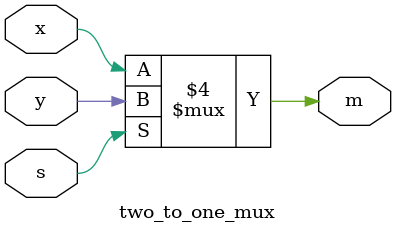
<source format=v>
`timescale 1ns / 1ps


module two_to_one_mux(
    input x,
    input y,
    input s,
    output reg m
    );
always @ (*)
 begin
   if(s == 0)
     begin
        m = x;
     end
   else
   begin
        m = y;
   end
 end
endmodule

</source>
